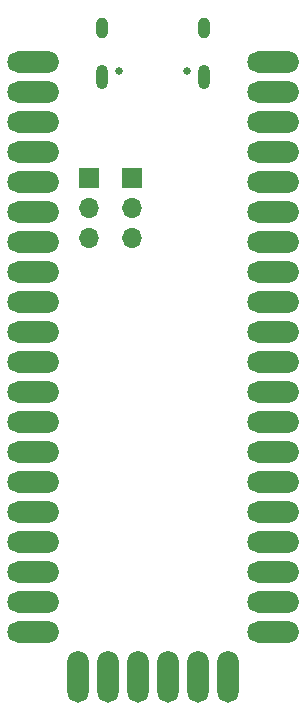
<source format=gbr>
%TF.GenerationSoftware,KiCad,Pcbnew,9.0.0*%
%TF.CreationDate,2025-04-02T16:35:11+02:00*%
%TF.ProjectId,stm32f103-core-board,73746d33-3266-4313-9033-2d636f72652d,1*%
%TF.SameCoordinates,Original*%
%TF.FileFunction,Soldermask,Bot*%
%TF.FilePolarity,Negative*%
%FSLAX46Y46*%
G04 Gerber Fmt 4.6, Leading zero omitted, Abs format (unit mm)*
G04 Created by KiCad (PCBNEW 9.0.0) date 2025-04-02 16:35:11*
%MOMM*%
%LPD*%
G01*
G04 APERTURE LIST*
G04 Aperture macros list*
%AMFreePoly0*
4,1,43,0.009881,0.905907,0.083315,0.905907,0.095021,0.904754,0.258448,0.872246,0.269703,0.868832,0.423648,0.805066,0.434021,0.799521,0.572568,0.706947,0.581660,0.699485,0.699485,0.581660,0.706947,0.572568,0.799521,0.434021,0.805066,0.423648,0.868832,0.269703,0.872246,0.258448,0.904754,0.095021,0.905907,0.083315,0.905907,-0.083315,0.904754,-0.095021,0.872246,-0.258448,
0.868832,-0.269703,0.805066,-0.423648,0.799521,-0.434021,0.706947,-0.572568,0.699485,-0.581660,0.581660,-0.699485,0.572568,-0.706947,0.434021,-0.799521,0.423648,-0.805066,0.269703,-0.868832,0.258448,-0.872246,0.095021,-0.904754,0.083315,-0.905907,0.009881,-0.905907,0.000000,-0.910000,-2.540000,-0.910000,-2.582426,-0.892426,-2.600000,-0.850000,-2.600000,0.850000,-2.582426,0.892426,
-2.540000,0.910000,0.000000,0.910000,0.009881,0.905907,0.009881,0.905907,$1*%
G04 Aperture macros list end*
%ADD10O,1.700000X1.700000*%
%ADD11R,1.700000X1.700000*%
%ADD12FreePoly0,0.000000*%
%ADD13C,1.820000*%
%ADD14O,1.000000X1.800000*%
%ADD15O,1.000000X2.100000*%
%ADD16C,0.650000*%
%ADD17FreePoly0,90.000000*%
G04 APERTURE END LIST*
D10*
%TO.C,J1*%
X144600000Y-90800000D03*
X144600000Y-88260001D03*
D11*
X144600000Y-85720001D03*
%TD*%
D12*
%TO.C,J5*%
X161430000Y-124130000D03*
D13*
X158890000Y-124130000D03*
D12*
X161430000Y-121590000D03*
D13*
X158890000Y-121590000D03*
D12*
X161430000Y-119050000D03*
D13*
X158890000Y-119050000D03*
D12*
X161430000Y-116510001D03*
D13*
X158890000Y-116510000D03*
D12*
X161430000Y-113969999D03*
D13*
X158890000Y-113970000D03*
D12*
X161430000Y-111430000D03*
D13*
X158890000Y-111430000D03*
D12*
X161430000Y-108890000D03*
D13*
X158890000Y-108890000D03*
D12*
X161430000Y-106350000D03*
D13*
X158890000Y-106350000D03*
D12*
X161430000Y-103809999D03*
D13*
X158890000Y-103810000D03*
D12*
X161430000Y-101270000D03*
D13*
X158890000Y-101270000D03*
D12*
X161430000Y-98730000D03*
D13*
X158890000Y-98730000D03*
D12*
X161430000Y-96190000D03*
D13*
X158890000Y-96190000D03*
D12*
X161430000Y-93650001D03*
D13*
X158890000Y-93650000D03*
D12*
X161430000Y-91110000D03*
D13*
X158890000Y-91110000D03*
D12*
X161430000Y-88570000D03*
D13*
X158890000Y-88570000D03*
D12*
X161430000Y-86030000D03*
D13*
X158890000Y-86030000D03*
D12*
X161430000Y-83490000D03*
D13*
X158890000Y-83490000D03*
D12*
X161430000Y-80949999D03*
D13*
X158890000Y-80950000D03*
D12*
X161430000Y-78410000D03*
D13*
X158890000Y-78410000D03*
D12*
X161430000Y-75870000D03*
D13*
X158890000Y-75870000D03*
%TD*%
D10*
%TO.C,J2*%
X148200000Y-90800000D03*
X148200000Y-88260001D03*
D11*
X148200000Y-85720001D03*
%TD*%
D12*
%TO.C,J4*%
X141110000Y-124130000D03*
D13*
X138570000Y-124130000D03*
D12*
X141110000Y-121590000D03*
D13*
X138570000Y-121590000D03*
D12*
X141110000Y-119050000D03*
D13*
X138570000Y-119050000D03*
D12*
X141110000Y-116510001D03*
D13*
X138570000Y-116510000D03*
D12*
X141110000Y-113969999D03*
D13*
X138570000Y-113970000D03*
D12*
X141110000Y-111430000D03*
D13*
X138570000Y-111430000D03*
D12*
X141110000Y-108890000D03*
D13*
X138570000Y-108890000D03*
D12*
X141110000Y-106350000D03*
D13*
X138570000Y-106350000D03*
D12*
X141110000Y-103809999D03*
D13*
X138570000Y-103810000D03*
D12*
X141110000Y-101270000D03*
D13*
X138570000Y-101270000D03*
D12*
X141110000Y-98730000D03*
D13*
X138570000Y-98730000D03*
D12*
X141110000Y-96190000D03*
D13*
X138570000Y-96190000D03*
D12*
X141110000Y-93650001D03*
D13*
X138570000Y-93650000D03*
D12*
X141110000Y-91110000D03*
D13*
X138570000Y-91110000D03*
D12*
X141110000Y-88570000D03*
D13*
X138570000Y-88570000D03*
D12*
X141110000Y-86030000D03*
D13*
X138570000Y-86030000D03*
D12*
X141110000Y-83490000D03*
D13*
X138570000Y-83490000D03*
D12*
X141110000Y-80949999D03*
D13*
X138570000Y-80950000D03*
D12*
X141110000Y-78410000D03*
D13*
X138570000Y-78410000D03*
D12*
X141110000Y-75870000D03*
D13*
X138570000Y-75870000D03*
%TD*%
D14*
%TO.C,CN1*%
X154320000Y-72975000D03*
X145680000Y-72975000D03*
D15*
X145680000Y-77155000D03*
X154320000Y-77155000D03*
D16*
X147110000Y-76655000D03*
X152890000Y-76655000D03*
%TD*%
D17*
%TO.C,J3*%
X156350000Y-126670000D03*
D13*
X156350000Y-129210000D03*
D17*
X153810000Y-126670000D03*
D13*
X153810000Y-129210000D03*
D17*
X151270000Y-126670000D03*
D13*
X151270000Y-129210000D03*
D17*
X148729999Y-126670000D03*
D13*
X148730000Y-129210000D03*
D17*
X146190000Y-126670000D03*
D13*
X146190000Y-129210000D03*
D17*
X143650000Y-126670000D03*
D13*
X143650000Y-129210000D03*
%TD*%
M02*

</source>
